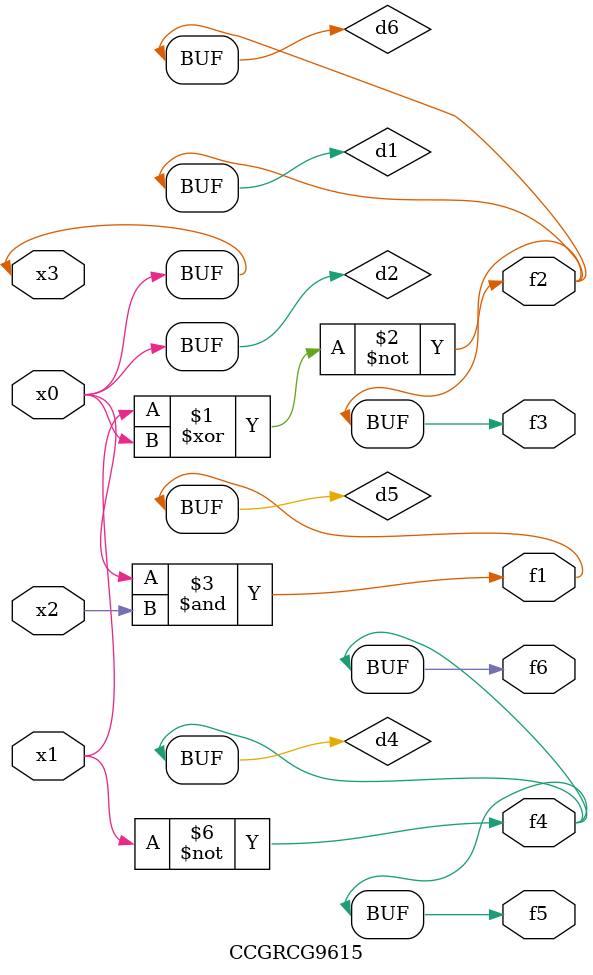
<source format=v>
module CCGRCG9615(
	input x0, x1, x2, x3,
	output f1, f2, f3, f4, f5, f6
);

	wire d1, d2, d3, d4, d5, d6;

	xnor (d1, x1, x3);
	buf (d2, x0, x3);
	nand (d3, x0, x2);
	not (d4, x1);
	nand (d5, d3);
	or (d6, d1);
	assign f1 = d5;
	assign f2 = d6;
	assign f3 = d6;
	assign f4 = d4;
	assign f5 = d4;
	assign f6 = d4;
endmodule

</source>
